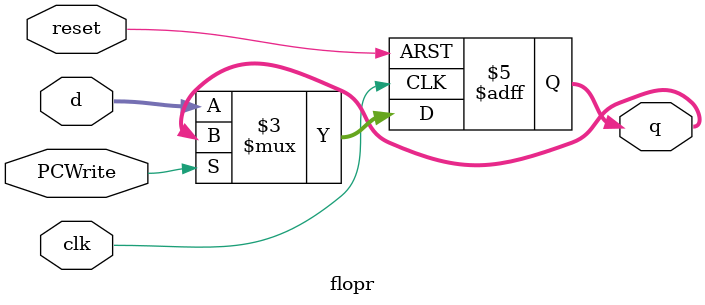
<source format=sv>
module flopr #(parameter WIDTH = 8)
              (input  logic             clk, reset,
               input  logic [WIDTH-1:0] d, 
               output logic [WIDTH-1:0] q,
               //hazard stuff
               input logic PCWrite
               );

  always_ff @(posedge clk, posedge reset)
    if (reset) q <= 0;
    else       
        if(PCWrite) q <= q;
        else    q <= d;
endmodule
</source>
